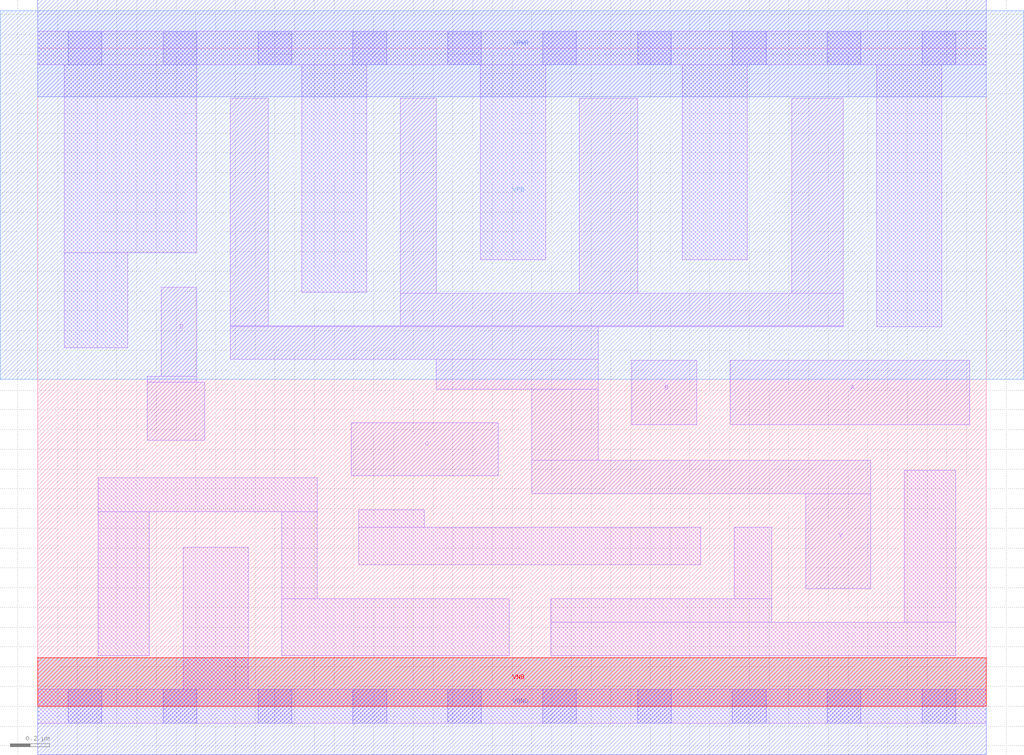
<source format=lef>
# Copyright 2020 The SkyWater PDK Authors
#
# Licensed under the Apache License, Version 2.0 (the "License");
# you may not use this file except in compliance with the License.
# You may obtain a copy of the License at
#
#     https://www.apache.org/licenses/LICENSE-2.0
#
# Unless required by applicable law or agreed to in writing, software
# distributed under the License is distributed on an "AS IS" BASIS,
# WITHOUT WARRANTIES OR CONDITIONS OF ANY KIND, either express or implied.
# See the License for the specific language governing permissions and
# limitations under the License.
#
# SPDX-License-Identifier: Apache-2.0

VERSION 5.7 ;
  NOWIREEXTENSIONATPIN ON ;
  DIVIDERCHAR "/" ;
  BUSBITCHARS "[]" ;
MACRO sky130_fd_sc_lp__nand4_2
  CLASS CORE ;
  FOREIGN sky130_fd_sc_lp__nand4_2 ;
  ORIGIN  0.000000  0.000000 ;
  SIZE  4.800000 BY  3.330000 ;
  SYMMETRY X Y R90 ;
  SITE unit ;
  PIN A
    ANTENNAGATEAREA  0.630000 ;
    DIRECTION INPUT ;
    USE SIGNAL ;
    PORT
      LAYER li1 ;
        RECT 3.505000 1.425000 4.715000 1.750000 ;
    END
  END A
  PIN B
    ANTENNAGATEAREA  0.630000 ;
    DIRECTION INPUT ;
    USE SIGNAL ;
    PORT
      LAYER li1 ;
        RECT 3.005000 1.425000 3.335000 1.750000 ;
    END
  END B
  PIN C
    ANTENNAGATEAREA  0.630000 ;
    DIRECTION INPUT ;
    USE SIGNAL ;
    PORT
      LAYER li1 ;
        RECT 1.585000 1.165000 2.330000 1.435000 ;
    END
  END C
  PIN D
    ANTENNAGATEAREA  0.630000 ;
    DIRECTION INPUT ;
    USE SIGNAL ;
    PORT
      LAYER li1 ;
        RECT 0.555000 1.345000 0.845000 1.640000 ;
        RECT 0.555000 1.640000 0.805000 1.670000 ;
        RECT 0.625000 1.670000 0.805000 2.120000 ;
    END
  END D
  PIN Y
    ANTENNADIFFAREA  1.646400 ;
    DIRECTION OUTPUT ;
    USE SIGNAL ;
    PORT
      LAYER li1 ;
        RECT 0.975000 1.755000 2.835000 1.920000 ;
        RECT 0.975000 1.920000 4.075000 1.925000 ;
        RECT 0.975000 1.925000 1.165000 3.075000 ;
        RECT 1.835000 1.925000 4.075000 2.090000 ;
        RECT 1.835000 2.090000 2.015000 3.075000 ;
        RECT 2.015000 1.605000 2.835000 1.755000 ;
        RECT 2.500000 1.075000 4.215000 1.245000 ;
        RECT 2.500000 1.245000 2.835000 1.605000 ;
        RECT 2.740000 2.090000 3.035000 3.075000 ;
        RECT 3.815000 2.090000 4.075000 3.075000 ;
        RECT 3.885000 0.595000 4.215000 1.075000 ;
    END
  END Y
  PIN VGND
    DIRECTION INOUT ;
    USE GROUND ;
    PORT
      LAYER met1 ;
        RECT 0.000000 -0.245000 4.800000 0.245000 ;
    END
  END VGND
  PIN VNB
    DIRECTION INOUT ;
    USE GROUND ;
    PORT
      LAYER pwell ;
        RECT 0.000000 0.000000 4.800000 0.245000 ;
    END
  END VNB
  PIN VPB
    DIRECTION INOUT ;
    USE POWER ;
    PORT
      LAYER nwell ;
        RECT -0.190000 1.655000 4.990000 3.520000 ;
    END
  END VPB
  PIN VPWR
    DIRECTION INOUT ;
    USE POWER ;
    PORT
      LAYER met1 ;
        RECT 0.000000 3.085000 4.800000 3.575000 ;
    END
  END VPWR
  OBS
    LAYER li1 ;
      RECT 0.000000 -0.085000 4.800000 0.085000 ;
      RECT 0.000000  3.245000 4.800000 3.415000 ;
      RECT 0.135000  1.815000 0.455000 2.295000 ;
      RECT 0.135000  2.295000 0.805000 3.245000 ;
      RECT 0.305000  0.255000 0.565000 0.985000 ;
      RECT 0.305000  0.985000 1.415000 1.155000 ;
      RECT 0.735000  0.085000 1.065000 0.805000 ;
      RECT 1.235000  0.255000 2.385000 0.545000 ;
      RECT 1.235000  0.545000 1.415000 0.985000 ;
      RECT 1.335000  2.095000 1.665000 3.245000 ;
      RECT 1.625000  0.715000 3.355000 0.905000 ;
      RECT 1.625000  0.905000 1.955000 0.995000 ;
      RECT 2.240000  2.260000 2.570000 3.245000 ;
      RECT 2.595000  0.255000 4.645000 0.425000 ;
      RECT 2.595000  0.425000 3.715000 0.545000 ;
      RECT 3.260000  2.260000 3.590000 3.245000 ;
      RECT 3.525000  0.545000 3.715000 0.905000 ;
      RECT 4.245000  1.920000 4.575000 3.245000 ;
      RECT 4.385000  0.425000 4.645000 1.195000 ;
    LAYER mcon ;
      RECT 0.155000 -0.085000 0.325000 0.085000 ;
      RECT 0.155000  3.245000 0.325000 3.415000 ;
      RECT 0.635000 -0.085000 0.805000 0.085000 ;
      RECT 0.635000  3.245000 0.805000 3.415000 ;
      RECT 1.115000 -0.085000 1.285000 0.085000 ;
      RECT 1.115000  3.245000 1.285000 3.415000 ;
      RECT 1.595000 -0.085000 1.765000 0.085000 ;
      RECT 1.595000  3.245000 1.765000 3.415000 ;
      RECT 2.075000 -0.085000 2.245000 0.085000 ;
      RECT 2.075000  3.245000 2.245000 3.415000 ;
      RECT 2.555000 -0.085000 2.725000 0.085000 ;
      RECT 2.555000  3.245000 2.725000 3.415000 ;
      RECT 3.035000 -0.085000 3.205000 0.085000 ;
      RECT 3.035000  3.245000 3.205000 3.415000 ;
      RECT 3.515000 -0.085000 3.685000 0.085000 ;
      RECT 3.515000  3.245000 3.685000 3.415000 ;
      RECT 3.995000 -0.085000 4.165000 0.085000 ;
      RECT 3.995000  3.245000 4.165000 3.415000 ;
      RECT 4.475000 -0.085000 4.645000 0.085000 ;
      RECT 4.475000  3.245000 4.645000 3.415000 ;
  END
END sky130_fd_sc_lp__nand4_2
END LIBRARY

</source>
